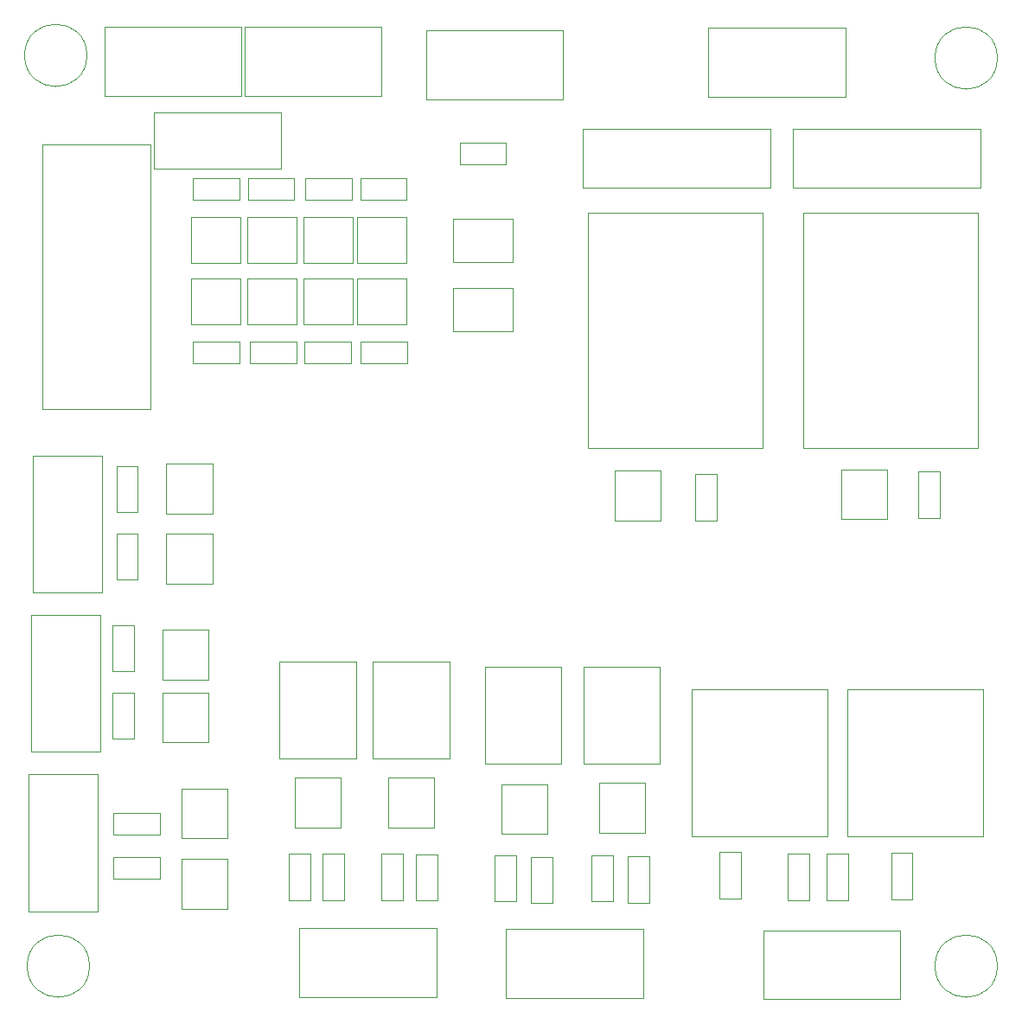
<source format=gbr>
%TF.GenerationSoftware,KiCad,Pcbnew,6.0.7-f9a2dced07~116~ubuntu20.04.1*%
%TF.CreationDate,2022-11-24T17:15:52+00:00*%
%TF.ProjectId,testing_board,74657374-696e-4675-9f62-6f6172642e6b,rev?*%
%TF.SameCoordinates,Original*%
%TF.FileFunction,Other,User*%
%FSLAX46Y46*%
G04 Gerber Fmt 4.6, Leading zero omitted, Abs format (unit mm)*
G04 Created by KiCad (PCBNEW 6.0.7-f9a2dced07~116~ubuntu20.04.1) date 2022-11-24 17:15:52*
%MOMM*%
%LPD*%
G01*
G04 APERTURE LIST*
%ADD10C,0.050000*%
G04 APERTURE END LIST*
D10*
%TO.C,D1*%
X99349000Y-96376000D02*
X94849000Y-96376000D01*
X99349000Y-101226000D02*
X99349000Y-96376000D01*
X94849000Y-101226000D02*
X99349000Y-101226000D01*
X94849000Y-96376000D02*
X94849000Y-101226000D01*
%TO.C,D3*%
X78728000Y-100718000D02*
X78728000Y-95868000D01*
X74228000Y-95868000D02*
X74228000Y-100718000D01*
X78728000Y-95868000D02*
X74228000Y-95868000D01*
X74228000Y-100718000D02*
X78728000Y-100718000D01*
%TO.C,D4*%
X52096000Y-86253000D02*
X56596000Y-86253000D01*
X56596000Y-86253000D02*
X56596000Y-81403000D01*
X52096000Y-81403000D02*
X52096000Y-86253000D01*
X56596000Y-81403000D02*
X52096000Y-81403000D01*
%TO.C,D5*%
X56596000Y-87554000D02*
X52096000Y-87554000D01*
X56596000Y-92404000D02*
X56596000Y-87554000D01*
X52096000Y-87554000D02*
X52096000Y-92404000D01*
X52096000Y-92404000D02*
X56596000Y-92404000D01*
%TO.C,D6*%
X52487000Y-69984000D02*
X56987000Y-69984000D01*
X56987000Y-69984000D02*
X56987000Y-65134000D01*
X56987000Y-65134000D02*
X52487000Y-65134000D01*
X52487000Y-65134000D02*
X52487000Y-69984000D01*
%TO.C,D7*%
X52487000Y-76842000D02*
X56987000Y-76842000D01*
X56987000Y-76842000D02*
X56987000Y-71992000D01*
X52487000Y-71992000D02*
X52487000Y-76842000D01*
X56987000Y-71992000D02*
X52487000Y-71992000D01*
%TO.C,D8*%
X69584000Y-100718000D02*
X69584000Y-95868000D01*
X65084000Y-100718000D02*
X69584000Y-100718000D01*
X65084000Y-95868000D02*
X65084000Y-100718000D01*
X69584000Y-95868000D02*
X65084000Y-95868000D01*
%TO.C,D9*%
X76000000Y-40950000D02*
X71150000Y-40950000D01*
X71150000Y-45450000D02*
X76000000Y-45450000D01*
X76000000Y-45450000D02*
X76000000Y-40950000D01*
X71150000Y-40950000D02*
X71150000Y-45450000D01*
%TO.C,D10*%
X65875000Y-40950000D02*
X65875000Y-45450000D01*
X65875000Y-45450000D02*
X70725000Y-45450000D01*
X70725000Y-45450000D02*
X70725000Y-40950000D01*
X70725000Y-40950000D02*
X65875000Y-40950000D01*
%TO.C,D11*%
X60375000Y-45450000D02*
X65225000Y-45450000D01*
X65225000Y-45450000D02*
X65225000Y-40950000D01*
X65225000Y-40950000D02*
X60375000Y-40950000D01*
X60375000Y-40950000D02*
X60375000Y-45450000D01*
%TO.C,D12*%
X54900000Y-45450000D02*
X59750000Y-45450000D01*
X59750000Y-40950000D02*
X54900000Y-40950000D01*
X59750000Y-45450000D02*
X59750000Y-40950000D01*
X54900000Y-40950000D02*
X54900000Y-45450000D01*
%TO.C,D13*%
X54000000Y-101792000D02*
X58500000Y-101792000D01*
X58500000Y-96942000D02*
X54000000Y-96942000D01*
X54000000Y-96942000D02*
X54000000Y-101792000D01*
X58500000Y-101792000D02*
X58500000Y-96942000D01*
%TO.C,D14*%
X54000000Y-103825000D02*
X54000000Y-108675000D01*
X54000000Y-108675000D02*
X58500000Y-108675000D01*
X58500000Y-103825000D02*
X54000000Y-103825000D01*
X58500000Y-108675000D02*
X58500000Y-103825000D01*
%TO.C,D15*%
X71125000Y-46950000D02*
X71125000Y-51450000D01*
X75975000Y-51450000D02*
X75975000Y-46950000D01*
X71125000Y-51450000D02*
X75975000Y-51450000D01*
X75975000Y-46950000D02*
X71125000Y-46950000D01*
%TO.C,D16*%
X70725000Y-46950000D02*
X65875000Y-46950000D01*
X65875000Y-46950000D02*
X65875000Y-51450000D01*
X70725000Y-51450000D02*
X70725000Y-46950000D01*
X65875000Y-51450000D02*
X70725000Y-51450000D01*
%TO.C,D17*%
X60375000Y-46950000D02*
X60375000Y-51450000D01*
X60375000Y-51450000D02*
X65225000Y-51450000D01*
X65225000Y-46950000D02*
X60375000Y-46950000D01*
X65225000Y-51450000D02*
X65225000Y-46950000D01*
%TO.C,D18*%
X59725000Y-46950000D02*
X54875000Y-46950000D01*
X54875000Y-51450000D02*
X59725000Y-51450000D01*
X54875000Y-46950000D02*
X54875000Y-51450000D01*
X59725000Y-51450000D02*
X59725000Y-46950000D01*
%TO.C,J1*%
X99167000Y-110688000D02*
X85767000Y-110688000D01*
X99167000Y-117438000D02*
X99167000Y-110688000D01*
X85767000Y-110688000D02*
X85767000Y-117438000D01*
X85767000Y-117438000D02*
X99167000Y-117438000D01*
%TO.C,J2*%
X78927000Y-117311000D02*
X78927000Y-110561000D01*
X65527000Y-117311000D02*
X78927000Y-117311000D01*
X65527000Y-110561000D02*
X65527000Y-117311000D01*
X78927000Y-110561000D02*
X65527000Y-110561000D01*
%TO.C,J3*%
X46020000Y-93322000D02*
X46020000Y-79922000D01*
X39270000Y-79922000D02*
X39270000Y-93322000D01*
X39270000Y-93322000D02*
X46020000Y-93322000D01*
X46020000Y-79922000D02*
X39270000Y-79922000D01*
%TO.C,J4*%
X39407000Y-64360000D02*
X39407000Y-77760000D01*
X46157000Y-77760000D02*
X46157000Y-64360000D01*
X46157000Y-64360000D02*
X39407000Y-64360000D01*
X39407000Y-77760000D02*
X46157000Y-77760000D01*
%TO.C,J5*%
X110919999Y-117557999D02*
X124319999Y-117557999D01*
X124319999Y-117557999D02*
X124319999Y-110807999D01*
X124319999Y-110807999D02*
X110919999Y-110807999D01*
X110919999Y-110807999D02*
X110919999Y-117557999D01*
%TO.C,R1*%
X99800000Y-103571000D02*
X97700000Y-103571000D01*
X97700000Y-108111000D02*
X99800000Y-108111000D01*
X97700000Y-103571000D02*
X97700000Y-108111000D01*
X99800000Y-108111000D02*
X99800000Y-103571000D01*
%TO.C,R2*%
X88175000Y-103598000D02*
X88175000Y-108138000D01*
X88175000Y-108138000D02*
X90275000Y-108138000D01*
X90275000Y-108138000D02*
X90275000Y-103598000D01*
X90275000Y-103598000D02*
X88175000Y-103598000D01*
%TO.C,R3*%
X76952000Y-107884000D02*
X79052000Y-107884000D01*
X79052000Y-107884000D02*
X79052000Y-103344000D01*
X79052000Y-103344000D02*
X76952000Y-103344000D01*
X76952000Y-103344000D02*
X76952000Y-107884000D01*
%TO.C,R4*%
X49300000Y-80906000D02*
X47200000Y-80906000D01*
X47200000Y-80906000D02*
X47200000Y-85446000D01*
X47200000Y-85446000D02*
X49300000Y-85446000D01*
X49300000Y-85446000D02*
X49300000Y-80906000D01*
%TO.C,R5*%
X49300000Y-92050000D02*
X49300000Y-87510000D01*
X47200000Y-87510000D02*
X47200000Y-92050000D01*
X49300000Y-87510000D02*
X47200000Y-87510000D01*
X47200000Y-92050000D02*
X49300000Y-92050000D01*
%TO.C,R6*%
X47591000Y-65344000D02*
X47591000Y-69884000D01*
X47591000Y-69884000D02*
X49691000Y-69884000D01*
X49691000Y-69884000D02*
X49691000Y-65344000D01*
X49691000Y-65344000D02*
X47591000Y-65344000D01*
%TO.C,R7*%
X49691000Y-71948000D02*
X47591000Y-71948000D01*
X47591000Y-76488000D02*
X49691000Y-76488000D01*
X49691000Y-76488000D02*
X49691000Y-71948000D01*
X47591000Y-71948000D02*
X47591000Y-76488000D01*
%TO.C,R8*%
X94144000Y-103444000D02*
X94144000Y-107984000D01*
X96244000Y-107984000D02*
X96244000Y-103444000D01*
X94144000Y-107984000D02*
X96244000Y-107984000D01*
X96244000Y-103444000D02*
X94144000Y-103444000D01*
%TO.C,R9*%
X75623000Y-107857000D02*
X75623000Y-103317000D01*
X73523000Y-107857000D02*
X75623000Y-107857000D01*
X75623000Y-103317000D02*
X73523000Y-103317000D01*
X73523000Y-103317000D02*
X73523000Y-107857000D01*
%TO.C,R10*%
X64506000Y-107857000D02*
X66606000Y-107857000D01*
X66606000Y-103317000D02*
X64506000Y-103317000D01*
X66606000Y-107857000D02*
X66606000Y-103317000D01*
X64506000Y-103317000D02*
X64506000Y-107857000D01*
%TO.C,R11*%
X69908000Y-107857000D02*
X69908000Y-103317000D01*
X69908000Y-103317000D02*
X67808000Y-103317000D01*
X67808000Y-103317000D02*
X67808000Y-107857000D01*
X67808000Y-107857000D02*
X69908000Y-107857000D01*
%TO.C,R12*%
X84619000Y-107984000D02*
X86719000Y-107984000D01*
X84619000Y-103444000D02*
X84619000Y-107984000D01*
X86719000Y-107984000D02*
X86719000Y-103444000D01*
X86719000Y-103444000D02*
X84619000Y-103444000D01*
%TO.C,R13*%
X76020000Y-39250000D02*
X76020000Y-37150000D01*
X76020000Y-37150000D02*
X71480000Y-37150000D01*
X71480000Y-39250000D02*
X76020000Y-39250000D01*
X71480000Y-37150000D02*
X71480000Y-39250000D01*
%TO.C,R14*%
X70620000Y-37150000D02*
X66080000Y-37150000D01*
X66080000Y-39250000D02*
X70620000Y-39250000D01*
X66080000Y-37150000D02*
X66080000Y-39250000D01*
X70620000Y-39250000D02*
X70620000Y-37150000D01*
%TO.C,R15*%
X60480000Y-37150000D02*
X60480000Y-39250000D01*
X65020000Y-37150000D02*
X60480000Y-37150000D01*
X60480000Y-39250000D02*
X65020000Y-39250000D01*
X65020000Y-39250000D02*
X65020000Y-37150000D01*
%TO.C,R16*%
X55080000Y-37150000D02*
X55080000Y-39250000D01*
X59620000Y-39250000D02*
X59620000Y-37150000D01*
X55080000Y-39250000D02*
X59620000Y-39250000D01*
X59620000Y-37150000D02*
X55080000Y-37150000D01*
%TO.C,R17*%
X117137999Y-107849999D02*
X119237999Y-107849999D01*
X119237999Y-107849999D02*
X119237999Y-103309999D01*
X119237999Y-103309999D02*
X117137999Y-103309999D01*
X117137999Y-103309999D02*
X117137999Y-107849999D01*
%TO.C,R18*%
X81199000Y-35825000D02*
X85739000Y-35825000D01*
X81199000Y-33725000D02*
X81199000Y-35825000D01*
X85739000Y-35825000D02*
X85739000Y-33725000D01*
X85739000Y-33725000D02*
X81199000Y-33725000D01*
%TO.C,R19*%
X115427999Y-107849999D02*
X115427999Y-103309999D01*
X113327999Y-103309999D02*
X113327999Y-107849999D01*
X113327999Y-107849999D02*
X115427999Y-107849999D01*
X115427999Y-103309999D02*
X113327999Y-103309999D01*
%TO.C,R20*%
X104306000Y-70704000D02*
X106406000Y-70704000D01*
X106406000Y-70704000D02*
X106406000Y-66164000D01*
X106406000Y-66164000D02*
X104306000Y-66164000D01*
X104306000Y-66164000D02*
X104306000Y-70704000D01*
%TO.C,R21*%
X47326000Y-103656000D02*
X47326000Y-105756000D01*
X51866000Y-103656000D02*
X47326000Y-103656000D01*
X51866000Y-105756000D02*
X51866000Y-103656000D01*
X47326000Y-105756000D02*
X51866000Y-105756000D01*
%TO.C,R22*%
X76070000Y-53150000D02*
X71530000Y-53150000D01*
X71530000Y-55250000D02*
X76070000Y-55250000D01*
X71530000Y-53150000D02*
X71530000Y-55250000D01*
X76070000Y-55250000D02*
X76070000Y-53150000D01*
%TO.C,R23*%
X70570000Y-55250000D02*
X70570000Y-53150000D01*
X66030000Y-53150000D02*
X66030000Y-55250000D01*
X70570000Y-53150000D02*
X66030000Y-53150000D01*
X66030000Y-55250000D02*
X70570000Y-55250000D01*
%TO.C,R24*%
X65220000Y-53150000D02*
X60680000Y-53150000D01*
X60680000Y-55250000D02*
X65220000Y-55250000D01*
X60680000Y-53150000D02*
X60680000Y-55250000D01*
X65220000Y-55250000D02*
X65220000Y-53150000D01*
%TO.C,R25*%
X55080000Y-55250000D02*
X59620000Y-55250000D01*
X59620000Y-55250000D02*
X59620000Y-53150000D01*
X59620000Y-53150000D02*
X55080000Y-53150000D01*
X55080000Y-53150000D02*
X55080000Y-55250000D01*
%TO.C,RV1*%
X132497999Y-87199999D02*
X119197999Y-87199999D01*
X119197999Y-87199999D02*
X119197999Y-101599999D01*
X119197999Y-101599999D02*
X132497999Y-101599999D01*
X132497999Y-101599999D02*
X132497999Y-87199999D01*
%TO.C,RV2*%
X117257999Y-87199999D02*
X103957999Y-87199999D01*
X103957999Y-101599999D02*
X117257999Y-101599999D01*
X103957999Y-87199999D02*
X103957999Y-101599999D01*
X117257999Y-101599999D02*
X117257999Y-87199999D01*
%TO.C,SW1*%
X93313000Y-84964000D02*
X93563000Y-84964000D01*
X93313000Y-94214000D02*
X93313000Y-85214000D01*
X100563000Y-94464000D02*
X93563000Y-94464000D01*
X100813000Y-85214000D02*
X100813000Y-94214000D01*
X100813000Y-85214000D02*
X100813000Y-84964000D01*
X93563000Y-84964000D02*
X100563000Y-84964000D01*
X100563000Y-94464000D02*
X100813000Y-94464000D01*
X100813000Y-84964000D02*
X100563000Y-84964000D01*
X93313000Y-85214000D02*
X93313000Y-84964000D01*
X93313000Y-94464000D02*
X93313000Y-94214000D01*
X93563000Y-94464000D02*
X93313000Y-94464000D01*
X100813000Y-94464000D02*
X100813000Y-94214000D01*
%TO.C,SW2*%
X83661000Y-94214000D02*
X83661000Y-85214000D01*
X91161000Y-94464000D02*
X91161000Y-94214000D01*
X91161000Y-85214000D02*
X91161000Y-94214000D01*
X91161000Y-85214000D02*
X91161000Y-84964000D01*
X83661000Y-94464000D02*
X83661000Y-94214000D01*
X91161000Y-84964000D02*
X90911000Y-84964000D01*
X83911000Y-84964000D02*
X90911000Y-84964000D01*
X83661000Y-85214000D02*
X83661000Y-84964000D01*
X83911000Y-94464000D02*
X83661000Y-94464000D01*
X83661000Y-84964000D02*
X83911000Y-84964000D01*
X90911000Y-94464000D02*
X83911000Y-94464000D01*
X90911000Y-94464000D02*
X91161000Y-94464000D01*
%TO.C,SW3*%
X80192000Y-84456000D02*
X79942000Y-84456000D01*
X72692000Y-84456000D02*
X72942000Y-84456000D01*
X72692000Y-93956000D02*
X72692000Y-93706000D01*
X80192000Y-93956000D02*
X80192000Y-93706000D01*
X79942000Y-93956000D02*
X80192000Y-93956000D01*
X80192000Y-84706000D02*
X80192000Y-93706000D01*
X79942000Y-93956000D02*
X72942000Y-93956000D01*
X72692000Y-93706000D02*
X72692000Y-84706000D01*
X72942000Y-84456000D02*
X79942000Y-84456000D01*
X72942000Y-93956000D02*
X72692000Y-93956000D01*
X72692000Y-84706000D02*
X72692000Y-84456000D01*
X80192000Y-84706000D02*
X80192000Y-84456000D01*
%TO.C,SW4*%
X70798000Y-93956000D02*
X71048000Y-93956000D01*
X71048000Y-84706000D02*
X71048000Y-84456000D01*
X63798000Y-93956000D02*
X63548000Y-93956000D01*
X63548000Y-84706000D02*
X63548000Y-84456000D01*
X71048000Y-93956000D02*
X71048000Y-93706000D01*
X63548000Y-84456000D02*
X63798000Y-84456000D01*
X70798000Y-93956000D02*
X63798000Y-93956000D01*
X63548000Y-93956000D02*
X63548000Y-93706000D01*
X63798000Y-84456000D02*
X70798000Y-84456000D01*
X71048000Y-84456000D02*
X70798000Y-84456000D01*
X71048000Y-84706000D02*
X71048000Y-93706000D01*
X63548000Y-93706000D02*
X63548000Y-84706000D01*
%TO.C,U1*%
X86369000Y-41150000D02*
X80569000Y-41150000D01*
X86369000Y-41150000D02*
X86369000Y-45400000D01*
X86369000Y-45400000D02*
X80569000Y-45400000D01*
X80569000Y-41150000D02*
X80569000Y-45400000D01*
%TO.C,U2*%
X86369000Y-47900000D02*
X80569000Y-47900000D01*
X86369000Y-47900000D02*
X86369000Y-52150000D01*
X80569000Y-47900000D02*
X80569000Y-52150000D01*
X86369000Y-52150000D02*
X80569000Y-52150000D01*
%TO.C,J16*%
X77950000Y-29450000D02*
X91350000Y-29450000D01*
X91350000Y-29450000D02*
X91350000Y-22700000D01*
X77950000Y-22700000D02*
X77950000Y-29450000D01*
X91350000Y-22700000D02*
X77950000Y-22700000D01*
%TO.C,R26*%
X108770000Y-103120000D02*
X106670000Y-103120000D01*
X106670000Y-107660000D02*
X108770000Y-107660000D01*
X106670000Y-103120000D02*
X106670000Y-107660000D01*
X108770000Y-107660000D02*
X108770000Y-103120000D01*
%TO.C,D2*%
X85324000Y-96503000D02*
X85324000Y-101353000D01*
X85324000Y-101353000D02*
X89824000Y-101353000D01*
X89824000Y-96503000D02*
X85324000Y-96503000D01*
X89824000Y-101353000D02*
X89824000Y-96503000D01*
%TO.C,D21*%
X118600000Y-70550000D02*
X123100000Y-70550000D01*
X123100000Y-70550000D02*
X123100000Y-65700000D01*
X118600000Y-65700000D02*
X118600000Y-70550000D01*
X123100000Y-65700000D02*
X118600000Y-65700000D01*
%TO.C,D22*%
X96375000Y-70677000D02*
X100875000Y-70677000D01*
X96375000Y-65827000D02*
X96375000Y-70677000D01*
X100875000Y-65827000D02*
X96375000Y-65827000D01*
X100875000Y-70677000D02*
X100875000Y-65827000D01*
%TO.C,J7*%
X46446000Y-22389000D02*
X46446000Y-29139000D01*
X59846000Y-22389000D02*
X46446000Y-22389000D01*
X46446000Y-29139000D02*
X59846000Y-29139000D01*
X59846000Y-29139000D02*
X59846000Y-22389000D01*
%TO.C,J8*%
X60162000Y-29139000D02*
X73562000Y-29139000D01*
X73562000Y-22389000D02*
X60162000Y-22389000D01*
X60162000Y-22389000D02*
X60162000Y-29139000D01*
X73562000Y-29139000D02*
X73562000Y-22389000D01*
%TO.C,J9*%
X105574000Y-22447000D02*
X105574000Y-29197000D01*
X105574000Y-29197000D02*
X118974000Y-29197000D01*
X118974000Y-29197000D02*
X118974000Y-22447000D01*
X118974000Y-22447000D02*
X105574000Y-22447000D01*
%TO.C,R27*%
X51866000Y-101438000D02*
X51866000Y-99338000D01*
X47326000Y-101438000D02*
X51866000Y-101438000D01*
X47326000Y-99338000D02*
X47326000Y-101438000D01*
X51866000Y-99338000D02*
X47326000Y-99338000D01*
%TO.C,R28*%
X126150000Y-65910000D02*
X126150000Y-70450000D01*
X128250000Y-65910000D02*
X126150000Y-65910000D01*
X128250000Y-70450000D02*
X128250000Y-65910000D01*
X126150000Y-70450000D02*
X128250000Y-70450000D01*
%TO.C,RLY1*%
X131940000Y-63615000D02*
X114840000Y-63615000D01*
X114840000Y-63615000D02*
X114840000Y-40515000D01*
X131940000Y-40515000D02*
X131940000Y-63615000D01*
X131940000Y-40515000D02*
X114840000Y-40515000D01*
%TO.C,RLY2*%
X110858000Y-40515000D02*
X93758000Y-40515000D01*
X110858000Y-40515000D02*
X110858000Y-63615000D01*
X93758000Y-63615000D02*
X93758000Y-40515000D01*
X110858000Y-63615000D02*
X93758000Y-63615000D01*
%TO.C,U3*%
X40350000Y-59800000D02*
X50900000Y-59800000D01*
X50900000Y-59800000D02*
X50900000Y-33850000D01*
X40350000Y-33850000D02*
X40350000Y-59800000D01*
X50900000Y-33850000D02*
X40350000Y-33850000D01*
%TO.C,J6*%
X45765000Y-108933000D02*
X45765000Y-95533000D01*
X45765000Y-95533000D02*
X39015000Y-95533000D01*
X39015000Y-108933000D02*
X45765000Y-108933000D01*
X39015000Y-95533000D02*
X39015000Y-108933000D01*
%TO.C,D19*%
X132179000Y-32337000D02*
X113839000Y-32337000D01*
X113839000Y-32337000D02*
X113839000Y-38137000D01*
X132179000Y-38137000D02*
X132179000Y-32337000D01*
X113839000Y-38137000D02*
X132179000Y-38137000D01*
%TO.C,D20*%
X111605000Y-32337000D02*
X93265000Y-32337000D01*
X93265000Y-32337000D02*
X93265000Y-38137000D01*
X93265000Y-38137000D02*
X111605000Y-38137000D01*
X111605000Y-38137000D02*
X111605000Y-32337000D01*
%TO.C,R29*%
X123450000Y-107770000D02*
X125550000Y-107770000D01*
X125550000Y-103230000D02*
X123450000Y-103230000D01*
X123450000Y-103230000D02*
X123450000Y-107770000D01*
X125550000Y-107770000D02*
X125550000Y-103230000D01*
%TO.C,C1*%
X51250000Y-30750000D02*
X51250000Y-36250000D01*
X51250000Y-36250000D02*
X63750000Y-36250000D01*
X63750000Y-36250000D02*
X63750000Y-30750000D01*
X63750000Y-30750000D02*
X51250000Y-30750000D01*
%TO.C,H2*%
X133860000Y-25400000D02*
G75*
G03*
X133860000Y-25400000I-3050000J0D01*
G01*
%TO.C,H3*%
X44960000Y-114300000D02*
G75*
G03*
X44960000Y-114300000I-3050000J0D01*
G01*
%TO.C,H4*%
X133860000Y-114300000D02*
G75*
G03*
X133860000Y-114300000I-3050000J0D01*
G01*
%TO.C,H1*%
X44706000Y-25146000D02*
G75*
G03*
X44706000Y-25146000I-3050000J0D01*
G01*
%TD*%
M02*

</source>
